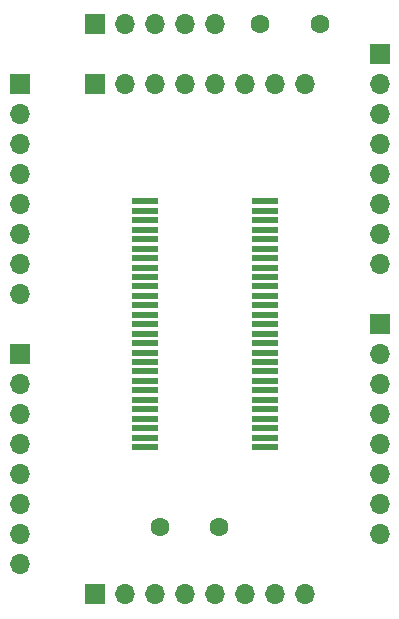
<source format=gts>
G04 #@! TF.GenerationSoftware,KiCad,Pcbnew,7.0.7*
G04 #@! TF.CreationDate,2023-10-29T22:23:37+09:00*
G04 #@! TF.ProjectId,Pixy-mega128-0-sdram-hat,50697879-2d6d-4656-9761-3132382d302d,rev?*
G04 #@! TF.SameCoordinates,Original*
G04 #@! TF.FileFunction,Soldermask,Top*
G04 #@! TF.FilePolarity,Negative*
%FSLAX46Y46*%
G04 Gerber Fmt 4.6, Leading zero omitted, Abs format (unit mm)*
G04 Created by KiCad (PCBNEW 7.0.7) date 2023-10-29 22:23:37*
%MOMM*%
%LPD*%
G01*
G04 APERTURE LIST*
%ADD10R,2.200000X0.500000*%
%ADD11R,1.700000X1.700000*%
%ADD12O,1.700000X1.700000*%
%ADD13C,1.600000*%
G04 APERTURE END LIST*
D10*
G04 #@! TO.C,U1*
X38520000Y-40400000D03*
X38520000Y-41200000D03*
X38520000Y-42000000D03*
X38520000Y-42800000D03*
X38520000Y-43600000D03*
X38520000Y-44400000D03*
X38520000Y-45200000D03*
X38520000Y-46000000D03*
X38520000Y-46800000D03*
X38520000Y-47600000D03*
X38520000Y-48400000D03*
X38520000Y-49200000D03*
X38520000Y-50000000D03*
X38520000Y-50800000D03*
X38520000Y-51600000D03*
X38520000Y-52400000D03*
X38520000Y-53200000D03*
X38520000Y-54000000D03*
X38520000Y-54800000D03*
X38520000Y-55600000D03*
X38520000Y-56400000D03*
X38520000Y-57200000D03*
X38520000Y-58000000D03*
X38520000Y-58800000D03*
X38520000Y-59600000D03*
X38520000Y-60400000D03*
X38520000Y-61200000D03*
X48680000Y-61200000D03*
X48680000Y-60400000D03*
X48680000Y-59600000D03*
X48680000Y-58800000D03*
X48680000Y-58000000D03*
X48680000Y-57200000D03*
X48680000Y-56400000D03*
X48680000Y-55600000D03*
X48680000Y-54800000D03*
X48680000Y-54000000D03*
X48680000Y-53200000D03*
X48680000Y-52400000D03*
X48680000Y-51600000D03*
X48680000Y-50800000D03*
X48680000Y-50000000D03*
X48680000Y-49200000D03*
X48680000Y-48400000D03*
X48680000Y-47600000D03*
X48680000Y-46800000D03*
X48680000Y-46000000D03*
X48680000Y-45200000D03*
X48680000Y-44400000D03*
X48680000Y-43600000D03*
X48680000Y-42800000D03*
X48680000Y-42000000D03*
X48680000Y-41200000D03*
X48680000Y-40400000D03*
G04 #@! TD*
D11*
G04 #@! TO.C,J8*
X34320000Y-25400000D03*
D12*
X36860000Y-25400000D03*
X39400000Y-25400000D03*
X41940000Y-25400000D03*
X44480000Y-25400000D03*
G04 #@! TD*
D11*
G04 #@! TO.C,J6*
X34290000Y-30480000D03*
D12*
X36830000Y-30480000D03*
X39370000Y-30480000D03*
X41910000Y-30480000D03*
X44450000Y-30480000D03*
X46990000Y-30480000D03*
X49530000Y-30480000D03*
X52070000Y-30480000D03*
G04 #@! TD*
D11*
G04 #@! TO.C,J5*
X27940000Y-30495000D03*
D12*
X27940000Y-33035000D03*
X27940000Y-35575000D03*
X27940000Y-38115000D03*
X27940000Y-40655000D03*
X27940000Y-43195000D03*
X27940000Y-45735000D03*
X27940000Y-48275000D03*
G04 #@! TD*
D11*
G04 #@! TO.C,J4*
X34290000Y-73660000D03*
D12*
X36830000Y-73660000D03*
X39370000Y-73660000D03*
X41910000Y-73660000D03*
X44450000Y-73660000D03*
X46990000Y-73660000D03*
X49530000Y-73660000D03*
X52070000Y-73660000D03*
G04 #@! TD*
D11*
G04 #@! TO.C,J3*
X58420000Y-50815000D03*
D12*
X58420000Y-53355000D03*
X58420000Y-55895000D03*
X58420000Y-58435000D03*
X58420000Y-60975000D03*
X58420000Y-63515000D03*
X58420000Y-66055000D03*
X58420000Y-68595000D03*
G04 #@! TD*
D11*
G04 #@! TO.C,J2*
X27940000Y-53340000D03*
D12*
X27940000Y-55880000D03*
X27940000Y-58420000D03*
X27940000Y-60960000D03*
X27940000Y-63500000D03*
X27940000Y-66040000D03*
X27940000Y-68580000D03*
X27940000Y-71120000D03*
G04 #@! TD*
D11*
G04 #@! TO.C,J1*
X58420000Y-27940000D03*
D12*
X58420000Y-30480000D03*
X58420000Y-33020000D03*
X58420000Y-35560000D03*
X58420000Y-38100000D03*
X58420000Y-40640000D03*
X58420000Y-43180000D03*
X58420000Y-45720000D03*
G04 #@! TD*
D13*
G04 #@! TO.C,C3*
X39823242Y-67945620D03*
X44823242Y-67945620D03*
G04 #@! TD*
G04 #@! TO.C,C2*
X48340000Y-25400000D03*
X53340000Y-25400000D03*
G04 #@! TD*
M02*

</source>
